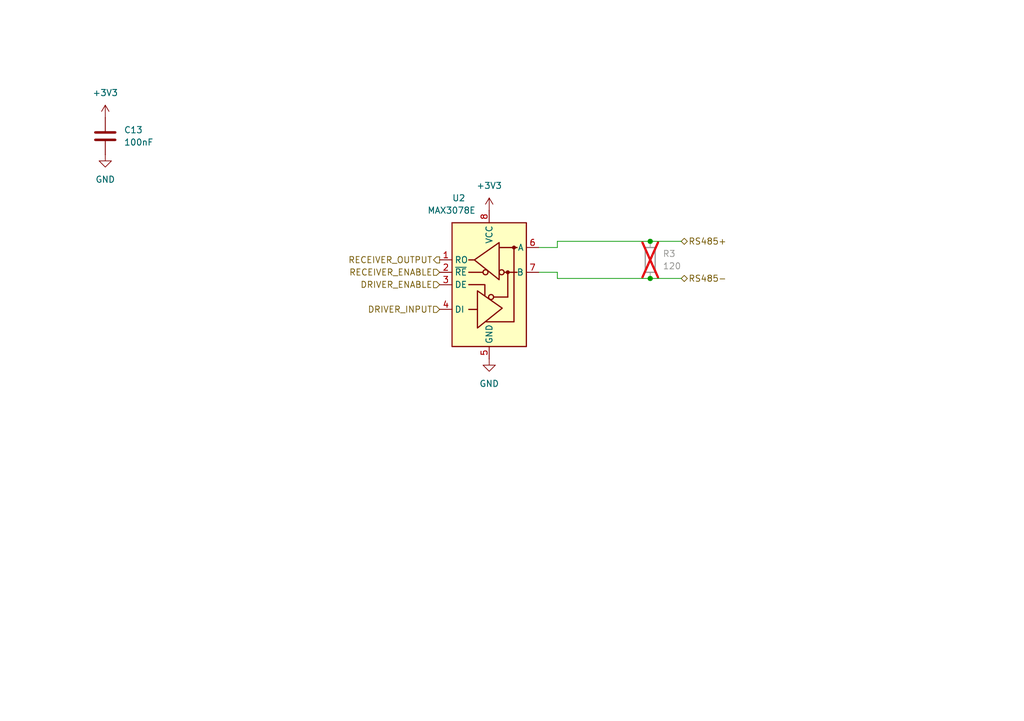
<source format=kicad_sch>
(kicad_sch (version 20250114) (generator "eeschema") (generator_version "9.0")
  (paper "A5")
  (lib_symbols
    (symbol "Device:C" (pin_numbers (hide yes)) (pin_names (offset 0.254))
      (property "Reference" "C" (at 0.635 2.54 0))
      (property "Value" "C" (at 0.635 -2.54 0))
      (symbol "C_0_1"
        (polyline (pts (xy -2.032 0.762) (xy 2.032 0.762)) (stroke (width 0.508)))
        (polyline (pts (xy -2.032 -0.762) (xy 2.032 -0.762)) (stroke (width 0.508)))
      )
      (symbol "C_1_1"
        (pin passive line (at 0 3.81 270) (length 2.794) (name "~") (number "1"))
        (pin passive line (at 0 -3.81 90) (length 2.794) (name "~") (number "2"))
      )
    )
    (symbol "Device:R" (pin_numbers (hide yes)) (pin_names (offset 0))
      (property "Reference" "R" (at 2.032 0 90))
      (property "Value" "R" (at 0 0 90))
      (symbol "R_0_1"
        (rectangle (start -1.016 -2.54) (end 1.016 2.54) (stroke (width 0.254)))
      )
      (symbol "R_1_1"
        (pin passive line (at 0 3.81 270) (length 1.27) (name "~") (number "1"))
        (pin passive line (at 0 -3.81 90) (length 1.27) (name "~") (number "2"))
      )
    )
    (symbol "Interface_UART:MAX3078E"
      (property "Reference" "U" (at -7.62 13.97 0))
      (property "Value" "MAX3078E" (at 1.905 13.97 0))
      (symbol "MAX3078E_0_1"
        (rectangle (start -7.62 12.7) (end 7.62 -12.7) (stroke (width 0.254)) (fill (type background)))
        (polyline (pts (xy -4.191 2.54) (xy -1.27 2.54)) (stroke (width 0.254)))
        (polyline (pts (xy -4.191 0) (xy -0.889 0) (xy -0.889 -2.286)) (stroke (width 0.254)))
        (polyline (pts (xy -3.175 5.08) (xy -4.191 5.08) (xy -4.064 5.08)) (stroke (width 0.254)))
        (polyline (pts (xy -2.54 -5.08) (xy -4.191 -5.08)) (stroke (width 0.254)))
        (polyline (pts (xy -2.413 -5.08) (xy -2.413 -1.27) (xy 2.667 -4.826) (xy -2.413 -8.89) (xy -2.413 -5.08)) (stroke (width 0.254)))
        (polyline (pts (xy -0.635 -7.62) (xy 5.08 -7.62)) (stroke (width 0.254)))
        (circle (center 0.381 -2.54) (radius 0.508) (stroke (width 0.254)))
        (polyline (pts (xy 0.889 -2.54) (xy 3.81 -2.54)) (stroke (width 0.254)))
        (polyline (pts (xy 2.032 7.62) (xy 5.715 7.62)) (stroke (width 0.254)))
        (polyline (pts (xy 3.048 2.54) (xy 5.715 2.54)) (stroke (width 0.254)))
        (circle (center 3.81 2.54) (radius 0.2794) (stroke (width 0.254)) (fill (type outline)))
        (polyline (pts (xy 3.81 -2.54) (xy 3.81 2.54)) (stroke (width 0.254)))
        (polyline (pts (xy 5.08 -7.62) (xy 5.08 7.62)) (stroke (width 0.254)))
      )
      (symbol "MAX3078E_1_1"
        (circle (center -0.762 2.54) (radius 0.508) (stroke (width 0.254)))
        (polyline (pts (xy 2.032 4.826) (xy 2.032 8.636) (xy -3.048 5.08) (xy 2.032 1.016) (xy 2.032 4.826)) (stroke (width 0.254)))
        (circle (center 2.54 2.54) (radius 0.508) (stroke (width 0.254)))
        (circle (center 5.08 7.62) (radius 0.2794) (stroke (width 0.254)) (fill (type outline)))
        (pin output line (at -10.16 5.08 0) (length 2.54) (name "RO") (number "1"))
        (pin input line (at -10.16 2.54 0) (length 2.54) (name "~{RE}") (number "2"))
        (pin input line (at -10.16 0 0) (length 2.54) (name "DE") (number "3"))
        (pin input line (at -10.16 -5.08 0) (length 2.54) (name "DI") (number "4"))
        (pin power_in line (at 0 15.24 270) (length 2.54) (name "VCC") (number "8"))
        (pin power_in line (at 0 -15.24 90) (length 2.54) (name "GND") (number "5"))
        (pin bidirectional line (at 10.16 7.62 180) (length 2.54) (name "A") (number "6"))
        (pin bidirectional line (at 10.16 2.54 180) (length 2.54) (name "B") (number "7"))
      )
    )
    (symbol "power:+3V3" (power) (pin_numbers (hide yes)) (pin_names (offset 0) (hide yes))
      (property "Value" "+3V3" (at 0 3.556 0))
      (symbol "+3V3_0_1"
        (polyline (pts (xy -0.762 1.27) (xy 0 2.54)))
        (polyline (pts (xy 0 2.54) (xy 0.762 1.27)))
        (polyline (pts (xy 0 0) (xy 0 2.54)))
      )
      (symbol "+3V3_1_1"
        (pin power_in line (at 0 0 90) (length 0) (name "~") (number "1"))
      )
    )
    (symbol "power:GND" (power) (pin_numbers (hide yes)) (pin_names (offset 0) (hide yes))
      (property "Value" "GND" (at 0 -3.81 0))
      (symbol "GND_0_1"
        (polyline (pts (xy 0 0) (xy 0 -1.27) (xy 1.27 -1.27) (xy 0 -2.54) (xy -1.27 -1.27) (xy 0 -1.27)))
      )
      (symbol "GND_1_1"
        (pin power_in line (at 0 0 270) (length 0) (name "~") (number "1"))
      )
    )
  )
  (junction (at 133.35 49.53))
  (junction (at 133.35 57.15))
  (wire (pts (xy 114.3 49.53) (xy 114.3 50.8)))
  (wire (pts (xy 133.35 57.15) (xy 114.3 57.15)))
  (wire (pts (xy 114.3 57.15) (xy 114.3 55.88)))
  (wire (pts (xy 139.7 57.15) (xy 133.35 57.15)))
  (wire (pts (xy 114.3 55.88) (xy 110.49 55.88)))
  (wire (pts (xy 133.35 49.53) (xy 114.3 49.53)))
  (wire (pts (xy 139.7 49.53) (xy 133.35 49.53)))
  (wire (pts (xy 114.3 50.8) (xy 110.49 50.8)))
  (hierarchical_label "RECEIVER_ENABLE" (shape input) (at 90.17 55.88 180))
  (hierarchical_label "RS485-" (shape bidirectional) (at 139.7 57.15 0))
  (hierarchical_label "DRIVER_ENABLE" (shape input) (at 90.17 58.42 180))
  (hierarchical_label "DRIVER_INPUT" (shape input) (at 90.17 63.5 180))
  (hierarchical_label "RECEIVER_OUTPUT" (shape output) (at 90.17 53.34 180))
  (hierarchical_label "RS485+" (shape bidirectional) (at 139.7 49.53 0))
  (symbol (lib_id "power:GND") (at 21.59 31.75 0) (unit 1)
    (property "Reference" "#PWR032" (effects (hide yes)))
    (property "Value" "GND" (at 21.59 36.83 0))
    (property "Description" "Power symbol creates a global label with name \"GND\" , ground" (effects (hide yes)))
  )
  (symbol (lib_id "Interface_UART:MAX3078E") (at 100.33 58.42 0) (unit 1)
    (property "Reference" "U2" (at 92.71 40.64 0) (effects (justify left)))
    (property "Value" "MAX3078E" (at 87.63 43.18 0) (effects (justify left)))
    (property "Footprint" "Package_SO:SOIC-8_3.9x4.9mm_P1.27mm" (effects (hide yes)))
    (property "Datasheet" "https://datasheet.lcsc.com/lcsc/2304140030_HGSEMI-MAX3078EM-TR_C336020.pdf?_gl=1*1x8wef*_ga*MTA5OTM3NDU3Ny4xNzE3ODEwNDk4*_ga_98M84MKSZH*MTcxODA3ODI1MC4xOS4xLjE3MTgwODQwMTkuNjAuMC4w" (effects (hide yes)))
    (property "Description" "transceiver 500Kbps 1/1 SOP-8 RS-485/RS-422 ICs ROHS" (effects (hide yes)))
    (property "#" "C336020" (effects (hide yes)))
  )
  (symbol (lib_id "power:+3V3") (at 100.33 43.18 0) (unit 1)
    (property "Reference" "#PWR033" (effects (hide yes)))
    (property "Value" "+3V3" (at 100.33 38.1 0))
    (property "Description" "Power symbol creates a global label with name \"+3V3\"" (effects (hide yes)))
  )
  (symbol (lib_id "power:GND") (at 100.33 73.66 0) (unit 1)
    (property "Reference" "#PWR034" (effects (hide yes)))
    (property "Value" "GND" (at 100.33 78.74 0))
    (property "Description" "Power symbol creates a global label with name \"GND\" , ground" (effects (hide yes)))
  )
  (symbol (lib_id "Device:R") (at 133.35 53.34 0) (unit 1) (dnp yes)
    (property "Reference" "R3" (at 135.89 52.0699 0) (effects (justify left)))
    (property "Value" "120" (at 135.89 54.6099 0) (effects (justify left)))
    (property "Footprint" "Resistor_SMD:R_0603_1608Metric" (effects (hide yes)))
    (property "Datasheet" "https://wmsc.lcsc.com/wmsc/upload/file/pdf/v2/lcsc/2206010130_UNI-ROYAL-Uniroyal-Elec-0603WAF1201T5E_C22765.pdf" (effects (hide yes)))
    (property "Description" "100mW Thick Film Resistors 75V ±100ppm/℃ ±1% 1.2kΩ 0603 Chip Resistor - Surface Mount ROHS" (effects (hide yes)))
    (property "#" "C22765" (effects (hide yes)))
    (property "Height" ".45" (effects (hide yes)))
    (property "Width" ".8" (effects (hide yes)))
    (property "Length" "1.6" (effects (hide yes)))
    (property "Tape" "8x4" (effects (hide yes)))
  )
  (symbol (lib_id "power:+3V3") (at 21.59 24.13 0) (unit 1)
    (property "Reference" "#PWR031" (effects (hide yes)))
    (property "Value" "+3V3" (at 21.59 19.05 0))
    (property "Description" "Power symbol creates a global label with name \"+3V3\"" (effects (hide yes)))
  )
  (symbol (lib_id "Device:C") (at 21.59 27.94 0) (unit 1)
    (property "Reference" "C13" (at 25.4 26.6699 0) (effects (justify left)))
    (property "Value" "100nF" (at 25.4 29.2099 0) (effects (justify left)))
    (property "Footprint" "Capacitor_SMD:C_0603_1608Metric" (effects (hide yes)))
    (property "Datasheet" "https://wmsc.lcsc.com/wmsc/upload/file/pdf/v2/lcsc/2211101700_YAGEO-CC0603KRX7R9BB104_C14663.pdf" (effects (hide yes)))
    (property "Description" "50V 100nF X7R ±10% 0603 Multilayer Ceramic Capacitors MLCC - SMD/SMT ROHS" (effects (hide yes)))
    (property "#" "C14663" (effects (hide yes)))
    (property "Height" ".8" (effects (hide yes)))
    (property "Width" ".8" (effects (hide yes)))
    (property "Length" "1.6" (effects (hide yes)))
    (property "Tape" "8x4" (effects (hide yes)))
  )
)
</source>
